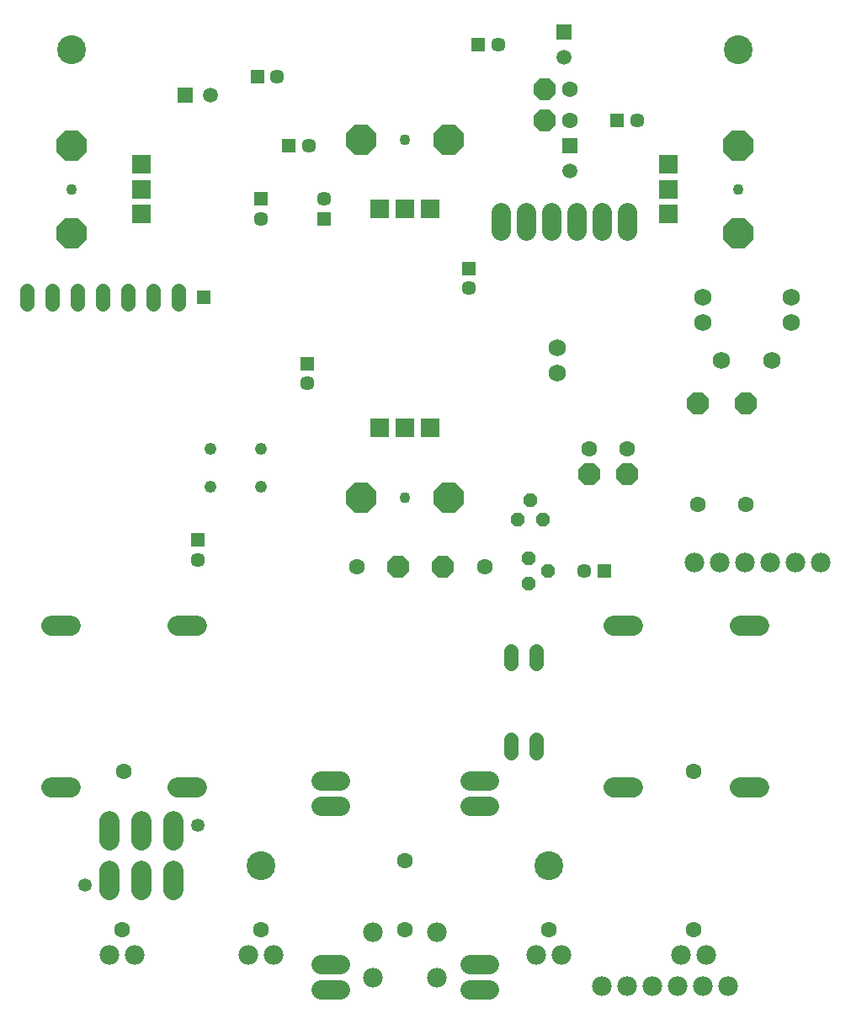
<source format=gbr>
G04 EAGLE Gerber X2 export*
%TF.Part,Single*%
%TF.FileFunction,Soldermask,Bot,1*%
%TF.FilePolarity,Positive*%
%TF.GenerationSoftware,Autodesk,EAGLE,9.2.2*%
%TF.CreationDate,2019-06-08T20:54:27Z*%
G75*
%MOMM*%
%FSLAX34Y34*%
%LPD*%
%INSoldermask Bottom*%
%AMOC8*
5,1,8,0,0,1.08239X$1,22.5*%
G01*
%ADD10R,1.451600X1.451600*%
%ADD11C,1.451600*%
%ADD12C,1.752600*%
%ADD13C,1.244600*%
%ADD14C,1.509600*%
%ADD15R,1.509600X1.509600*%
%ADD16C,1.981200*%
%ADD17R,1.981200X1.981200*%
%ADD18P,3.357141X8X22.500000*%
%ADD19C,1.101600*%
%ADD20R,1.422400X1.422400*%
%ADD21C,1.422400*%
%ADD22P,3.357141X8X112.500000*%
%ADD23P,3.357141X8X202.500000*%
%ADD24P,3.357141X8X292.500000*%
%ADD25C,2.051600*%
%ADD26P,2.446851X8X22.500000*%
%ADD27C,1.351600*%
%ADD28C,1.981200*%
%ADD29C,2.901600*%
%ADD30P,1.539592X8X22.500000*%
%ADD31C,1.601600*%
%ADD32P,2.446851X8X202.500000*%
%ADD33P,1.539592X8X292.500000*%


D10*
X343874Y644664D03*
D11*
X343874Y624664D03*
D10*
X360700Y790100D03*
D11*
X360700Y810100D03*
D10*
X297200Y810100D03*
D11*
X297200Y790100D03*
D12*
X595650Y635000D03*
X595650Y660400D03*
D10*
X325300Y863600D03*
D11*
X345300Y863600D03*
D13*
X296800Y520700D03*
X246800Y520700D03*
D10*
X293550Y933450D03*
D11*
X313550Y933450D03*
D14*
X246400Y914400D03*
D15*
X221000Y914400D03*
D16*
X538500Y796798D02*
X538500Y778002D01*
X563900Y778002D02*
X563900Y796798D01*
X589300Y796798D02*
X589300Y778002D01*
X614700Y778002D02*
X614700Y796798D01*
X640100Y796798D02*
X640100Y778002D01*
X665500Y778002D02*
X665500Y796798D01*
D17*
X177000Y845000D03*
X177000Y820000D03*
X177000Y795000D03*
D18*
X107000Y864000D03*
X107000Y776000D03*
D19*
X107000Y820000D03*
D20*
X240050Y711200D03*
D21*
X214650Y717804D02*
X214650Y704596D01*
X189250Y704596D02*
X189250Y717804D01*
X163850Y717804D02*
X163850Y704596D01*
X138450Y704596D02*
X138450Y717804D01*
X113050Y717804D02*
X113050Y704596D01*
X87650Y704596D02*
X87650Y717804D01*
X62250Y717804D02*
X62250Y704596D01*
D12*
X760750Y647700D03*
X811550Y647700D03*
D17*
X417000Y580000D03*
X442000Y580000D03*
X467000Y580000D03*
D22*
X398000Y510000D03*
X486000Y510000D03*
D19*
X442000Y510000D03*
D17*
X707000Y795000D03*
X707000Y820000D03*
X707000Y845000D03*
D23*
X777000Y776000D03*
X777000Y864000D03*
D19*
X777000Y820000D03*
D17*
X467000Y800000D03*
X442000Y800000D03*
X417000Y800000D03*
D24*
X486000Y870000D03*
X398000Y870000D03*
D19*
X442000Y870000D03*
D25*
X106250Y218850D02*
X86750Y218850D01*
X86750Y381150D02*
X106250Y381150D01*
X213750Y218850D02*
X233250Y218850D01*
X233250Y381150D02*
X213750Y381150D01*
X778750Y381150D02*
X798250Y381150D01*
X798250Y218850D02*
X778750Y218850D01*
X671250Y381150D02*
X651750Y381150D01*
X651750Y218850D02*
X671250Y218850D01*
D10*
X655500Y889000D03*
D11*
X675500Y889000D03*
D10*
X515800Y965200D03*
D11*
X535800Y965200D03*
D14*
X608350Y838200D03*
D15*
X608350Y863600D03*
D14*
X602000Y952500D03*
D15*
X602000Y977900D03*
D10*
X233700Y467200D03*
D11*
X233700Y447200D03*
D13*
X296800Y558800D03*
X246800Y558800D03*
D26*
X627400Y533400D03*
X665500Y533400D03*
X582950Y920750D03*
X582950Y889000D03*
D25*
X145000Y135000D02*
X145000Y115500D01*
X177000Y115500D02*
X177000Y135000D01*
X209000Y135000D02*
X209000Y115500D01*
X209000Y165000D02*
X209000Y184500D01*
X177000Y184500D02*
X177000Y165000D01*
X145000Y165000D02*
X145000Y184500D01*
D27*
X120000Y120000D03*
X234000Y180000D03*
D28*
X474512Y72606D03*
X409488Y72606D03*
X474512Y27394D03*
X409488Y27394D03*
X170200Y50000D03*
X144800Y50000D03*
X309900Y50000D03*
X284500Y50000D03*
X599700Y50000D03*
X574300Y50000D03*
X744700Y50000D03*
X719300Y50000D03*
D29*
X107000Y960000D03*
X777000Y960000D03*
D30*
X580644Y488094D03*
X567944Y507144D03*
X555244Y488094D03*
D12*
X741700Y711200D03*
X741700Y685800D03*
X830600Y711200D03*
X830600Y685800D03*
D29*
X297000Y140000D03*
X587000Y140000D03*
D10*
X506750Y740250D03*
D11*
X506750Y720250D03*
D31*
X608350Y889000D03*
X608350Y920750D03*
X627400Y558800D03*
X665500Y558800D03*
D32*
X785183Y604258D03*
D26*
X736512Y604258D03*
D31*
X785183Y502936D03*
X736512Y502936D03*
X393696Y440002D03*
X522315Y440002D03*
D26*
X435510Y440002D03*
X480500Y440002D03*
D16*
X507602Y200000D02*
X526398Y200000D01*
X526398Y225400D02*
X507602Y225400D01*
X376398Y200000D02*
X357602Y200000D01*
X357602Y225400D02*
X376398Y225400D01*
X507602Y15000D02*
X526398Y15000D01*
X526398Y40400D02*
X507602Y40400D01*
X376398Y15000D02*
X357602Y15000D01*
X357602Y40400D02*
X376398Y40400D01*
D28*
X766746Y18896D03*
X741346Y18896D03*
X715946Y18896D03*
X690546Y18896D03*
X665146Y18896D03*
X639746Y18896D03*
X860263Y444561D03*
X834863Y444561D03*
X809463Y444561D03*
X784063Y444561D03*
X758663Y444561D03*
X733263Y444561D03*
D31*
X157500Y75000D03*
X297200Y75000D03*
X587000Y75000D03*
X732000Y75000D03*
X159511Y235000D03*
X732000Y235000D03*
X442000Y75000D03*
X442000Y145000D03*
D21*
X573857Y342533D02*
X573857Y355741D01*
X548457Y355741D02*
X548457Y342533D01*
X548457Y266333D02*
X548457Y253125D01*
X573857Y253125D02*
X573857Y266333D01*
D33*
X566828Y423537D03*
X585878Y436237D03*
X566828Y448937D03*
D10*
X642699Y436411D03*
D11*
X622699Y436411D03*
M02*

</source>
